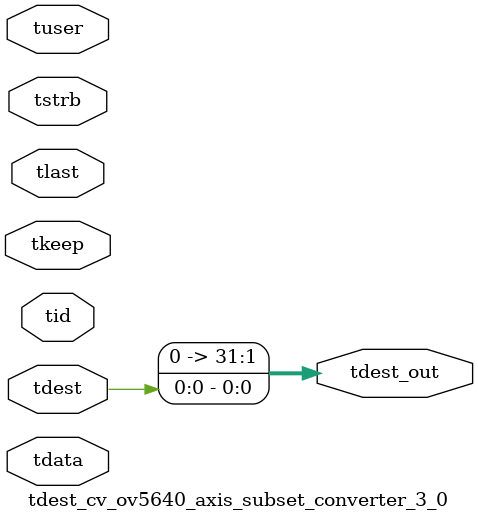
<source format=v>


`timescale 1ps/1ps

module tdest_cv_ov5640_axis_subset_converter_3_0 #
(
parameter C_S_AXIS_TDATA_WIDTH = 32,
parameter C_S_AXIS_TUSER_WIDTH = 0,
parameter C_S_AXIS_TID_WIDTH   = 0,
parameter C_S_AXIS_TDEST_WIDTH = 0,
parameter C_M_AXIS_TDEST_WIDTH = 32
)
(
input  [(C_S_AXIS_TDATA_WIDTH == 0 ? 1 : C_S_AXIS_TDATA_WIDTH)-1:0     ] tdata,
input  [(C_S_AXIS_TUSER_WIDTH == 0 ? 1 : C_S_AXIS_TUSER_WIDTH)-1:0     ] tuser,
input  [(C_S_AXIS_TID_WIDTH   == 0 ? 1 : C_S_AXIS_TID_WIDTH)-1:0       ] tid,
input  [(C_S_AXIS_TDEST_WIDTH == 0 ? 1 : C_S_AXIS_TDEST_WIDTH)-1:0     ] tdest,
input  [(C_S_AXIS_TDATA_WIDTH/8)-1:0 ] tkeep,
input  [(C_S_AXIS_TDATA_WIDTH/8)-1:0 ] tstrb,
input                                                                    tlast,
output [C_M_AXIS_TDEST_WIDTH-1:0] tdest_out
);

assign tdest_out = {tdest[0:0]};

endmodule


</source>
